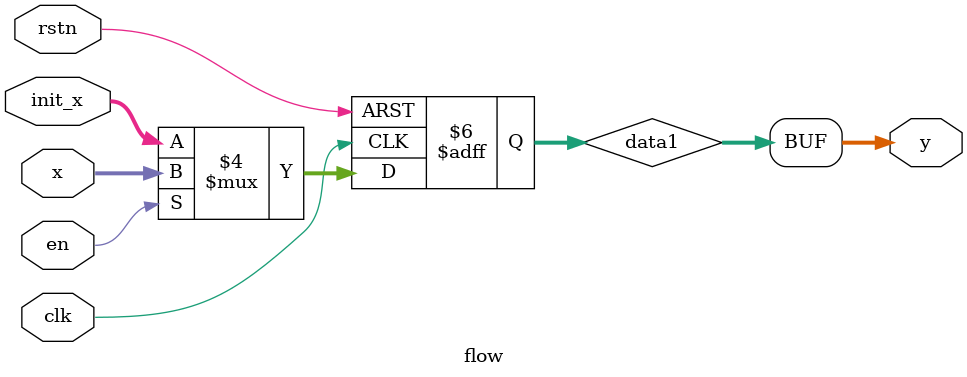
<source format=v>
module flow #(parameter NUM = 0, parameter WIDTH = 8) (
	input												clk, rstn, en,
	input		[WIDTH-1:0]					x, init_x,
	output	[(NUM+1)*WIDTH-1:0]	y
);

reg [(NUM+1)*WIDTH-1:0]	data1;
reg [NUM*WIDTH-1:0]			data2;
genvar i;
generate 
	for (i = 0; i < NUM; i = i + 1) begin
		always @(*) begin
			data2[(i+1)*WIDTH-1:i*WIDTH] = data1[(i+2)*WIDTH-1:(i+1)*WIDTH];
		end
	end
endgenerate


always @(posedge clk, negedge rstn) begin
	if (!rstn)	begin
		data1 <= 0;
		data2 <= 0;
	end
	else if (clk) begin
		if (en) data1[(NUM+1)*WIDTH-1:NUM*WIDTH] <= x;
		else data1[(NUM+1)*WIDTH-1:NUM*WIDTH] <= init_x;
		if (NUM != 0) data1[NUM*WIDTH-1:0] <= data2;
	end
end

assign y = data1;
endmodule

</source>
